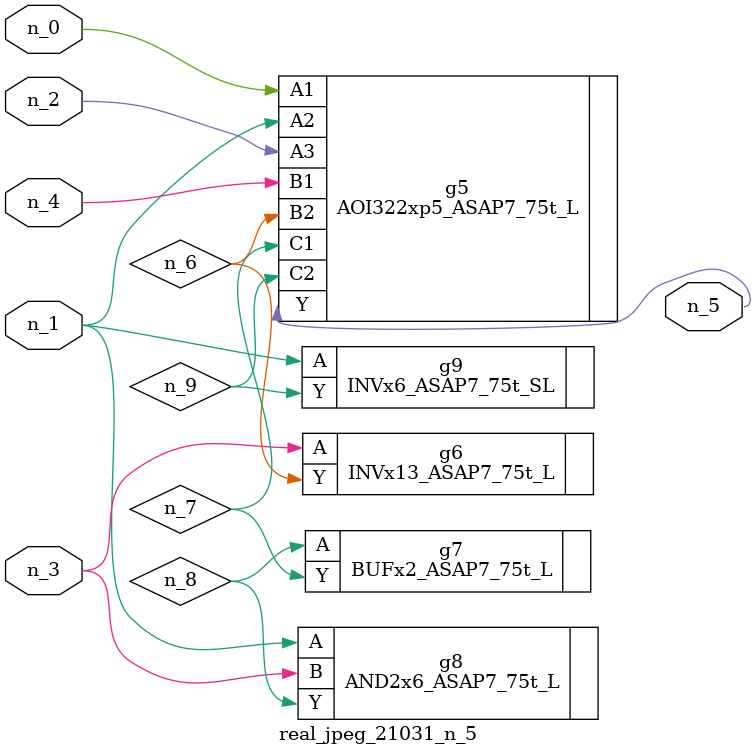
<source format=v>
module real_jpeg_21031_n_5 (n_4, n_0, n_1, n_2, n_3, n_5);

input n_4;
input n_0;
input n_1;
input n_2;
input n_3;

output n_5;

wire n_8;
wire n_6;
wire n_7;
wire n_9;

AOI322xp5_ASAP7_75t_L g5 ( 
.A1(n_0),
.A2(n_1),
.A3(n_2),
.B1(n_4),
.B2(n_6),
.C1(n_7),
.C2(n_9),
.Y(n_5)
);

AND2x6_ASAP7_75t_L g8 ( 
.A(n_1),
.B(n_3),
.Y(n_8)
);

INVx6_ASAP7_75t_SL g9 ( 
.A(n_1),
.Y(n_9)
);

INVx13_ASAP7_75t_L g6 ( 
.A(n_3),
.Y(n_6)
);

BUFx2_ASAP7_75t_L g7 ( 
.A(n_8),
.Y(n_7)
);


endmodule
</source>
